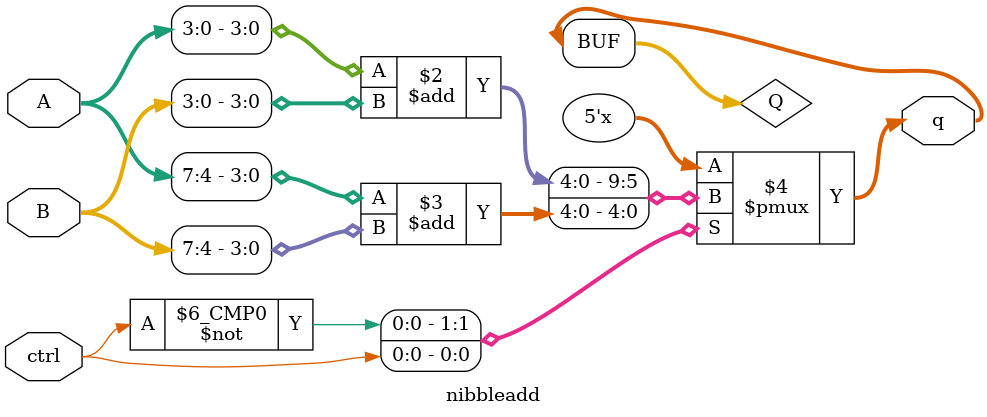
<source format=v>
module nibbleadd(
    input [7:0]A,
    input [7:0]B,
    input ctrl,
    output [4:0]q
);
    

//YOUR CODE HERE
/*for initialization of vector data type, put [] in front of data name.
for usage of vector data type, put[] behind data name*/

//cannot directly use output"q" in always statement, so must register and assign new variable to represent
reg [4:0]Q; //register new 5 bit wide variable Q
assign q=Q; //assign q to varible Q

//assign sum_low = A[3:0] + B[3:0]; //array A of 4 bits + array B of 4 bits
//assign sum_high = A[7:4] + B[7:4]; 

always @(A, B, ctrl) begin
    case(ctrl)
        0 : Q = A[3:0] + B[3:0]; //if ctrl = 0, Q = sum of A lower 4 bits and B lower 4 bits
        1 : Q = A[7:4] + B[7:4];
        default : Q = 0; //case must always have default, akin to "else" for condition to fall back on
    endcase

end

endmodule
</source>
